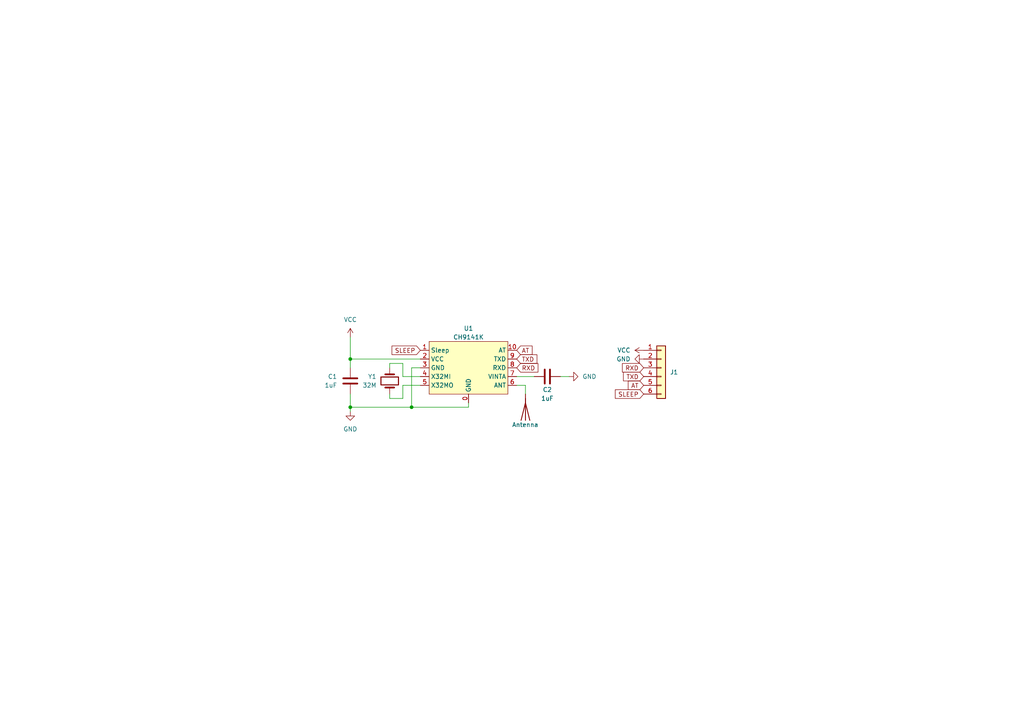
<source format=kicad_sch>
(kicad_sch (version 20230121) (generator eeschema)
  (paper "A4")
  (lib_symbols
    (symbol "Connector_Generic:Conn_01x06" (pin_names (offset 1.016) hide)
      (property "Reference" "J" (at 0 7.62 0))
      (property "Value" "Conn_01x06" (at 0 -10.16 0))
      (symbol "Conn_01x06_1_1"
        (rectangle (start -1.27 -7.493) (end 0 -7.747) (stroke (width 0.1524)))
        (rectangle (start -1.27 -4.953) (end 0 -5.207) (stroke (width 0.1524)))
        (rectangle (start -1.27 -2.413) (end 0 -2.667) (stroke (width 0.1524)))
        (rectangle (start -1.27 0.127) (end 0 -0.127) (stroke (width 0.1524)))
        (rectangle (start -1.27 2.667) (end 0 2.413) (stroke (width 0.1524)))
        (rectangle (start -1.27 5.207) (end 0 4.953) (stroke (width 0.1524)))
        (rectangle (start -1.27 6.35) (end 1.27 -8.89) (stroke (width 0.254)) (fill (type background)))
        (pin passive line (at -5.08 5.08 0) (length 3.81) (name "Pin_1") (number "1"))
        (pin passive line (at -5.08 2.54 0) (length 3.81) (name "Pin_2") (number "2"))
        (pin passive line (at -5.08 0 0) (length 3.81) (name "Pin_3") (number "3"))
        (pin passive line (at -5.08 -2.54 0) (length 3.81) (name "Pin_4") (number "4"))
        (pin passive line (at -5.08 -5.08 0) (length 3.81) (name "Pin_5") (number "5"))
        (pin passive line (at -5.08 -7.62 0) (length 3.81) (name "Pin_6") (number "6"))
      )
    )
    (symbol "Device:Antenna" (pin_numbers hide) (pin_names (offset 1.016) hide)
      (property "Reference" "AE" (at -1.905 1.905 0))
      (property "Value" "Antenna" (at -1.905 0 0))
      (symbol "Antenna_0_1"
        (polyline (pts (xy 0 2.54) (xy 0 -3.81)) (stroke (width 0.254)))
        (polyline (pts (xy 1.27 2.54) (xy 0 -2.54) (xy -1.27 2.54)) (stroke (width 0.254)))
      )
      (symbol "Antenna_1_1"
        (pin input line (at 0 -5.08 90) (length 2.54) (name "A") (number "1"))
      )
    )
    (symbol "Device:C" (pin_numbers hide) (pin_names (offset 0.254))
      (property "Reference" "C" (at 0.635 2.54 0))
      (property "Value" "C" (at 0.635 -2.54 0))
      (symbol "C_0_1"
        (polyline (pts (xy -2.032 -0.762) (xy 2.032 -0.762)) (stroke (width 0.508)))
        (polyline (pts (xy -2.032 0.762) (xy 2.032 0.762)) (stroke (width 0.508)))
      )
      (symbol "C_1_1"
        (pin passive line (at 0 3.81 270) (length 2.794) (name "~") (number "1"))
        (pin passive line (at 0 -3.81 90) (length 2.794) (name "~") (number "2"))
      )
    )
    (symbol "Device:Crystal" (pin_numbers hide) (pin_names (offset 1.016) hide)
      (property "Reference" "Y" (at 0 3.81 0))
      (property "Value" "Crystal" (at 0 -3.81 0))
      (symbol "Crystal_0_1"
        (rectangle (start -1.143 2.54) (end 1.143 -2.54) (stroke (width 0.3048)))
        (polyline (pts (xy -2.54 0) (xy -1.905 0)))
        (polyline (pts (xy -1.905 -1.27) (xy -1.905 1.27)) (stroke (width 0.508)))
        (polyline (pts (xy 1.905 -1.27) (xy 1.905 1.27)) (stroke (width 0.508)))
        (polyline (pts (xy 2.54 0) (xy 1.905 0)))
      )
      (symbol "Crystal_1_1"
        (pin passive line (at -3.81 0 0) (length 1.27) (name "1") (number "1"))
        (pin passive line (at 3.81 0 180) (length 1.27) (name "2") (number "2"))
      )
    )
    (symbol "Library:CH9141K"
      (property "Reference" "U" (at -5.08 12.7 0))
      (property "Value" "CH9141K" (at 1.27 12.7 0))
      (symbol "CH9141K_0_1"
        (rectangle (start -11.43 11.43) (end 11.43 -3.81) (fill (type background)))
      )
      (symbol "CH9141K_1_1"
        (pin passive line (at 0 -6.35 90) (length 2.54) (name "GND") (number "0"))
        (pin input line (at -13.97 8.89 0) (length 2.54) (name "Sleep") (number "1"))
        (pin input line (at 13.97 8.89 180) (length 2.54) (name "AT") (number "10"))
        (pin passive line (at -13.97 6.35 0) (length 2.54) (name "VCC") (number "2"))
        (pin passive line (at -13.97 3.81 0) (length 2.54) (name "GND") (number "3"))
        (pin input line (at -13.97 1.27 0) (length 2.54) (name "X32MI") (number "4"))
        (pin output line (at -13.97 -1.27 0) (length 2.54) (name "X32MO") (number "5"))
        (pin passive line (at 13.97 -1.27 180) (length 2.54) (name "ANT") (number "6"))
        (pin passive line (at 13.97 1.27 180) (length 2.54) (name "VINTA") (number "7"))
        (pin input line (at 13.97 3.81 180) (length 2.54) (name "RXD") (number "8"))
        (pin output line (at 13.97 6.35 180) (length 2.54) (name "TXD") (number "9"))
      )
    )
    (symbol "power:GND" (power) (pin_names (offset 0))
      (property "Value" "GND" (at 0 -3.81 0))
      (symbol "GND_0_1"
        (polyline (pts (xy 0 0) (xy 0 -1.27) (xy 1.27 -1.27) (xy 0 -2.54) (xy -1.27 -1.27) (xy 0 -1.27)))
      )
      (symbol "GND_1_1"
        (pin power_in line (at 0 0 270) (length 0) hide (name "GND") (number "1"))
      )
    )
    (symbol "power:VCC" (power) (pin_names (offset 0))
      (property "Value" "VCC" (at 0 3.81 0))
      (symbol "VCC_0_1"
        (polyline (pts (xy -0.762 1.27) (xy 0 2.54)))
        (polyline (pts (xy 0 0) (xy 0 2.54)))
        (polyline (pts (xy 0 2.54) (xy 0.762 1.27)))
      )
      (symbol "VCC_1_1"
        (pin power_in line (at 0 0 90) (length 0) hide (name "VCC") (number "1"))
      )
    )
  )
  (junction (at 101.6 118.11))
  (junction (at 119.38 118.11))
  (junction (at 101.6 104.14))
  (wire (pts (xy 149.86 109.22) (xy 154.94 109.22)))
  (wire (pts (xy 119.38 106.68) (xy 121.92 106.68)))
  (wire (pts (xy 101.6 118.11) (xy 119.38 118.11)))
  (wire (pts (xy 135.89 116.84) (xy 135.89 118.11)))
  (wire (pts (xy 101.6 118.11) (xy 101.6 119.38)))
  (wire (pts (xy 101.6 114.3) (xy 101.6 118.11)))
  (wire (pts (xy 116.84 109.22) (xy 116.84 105.41)))
  (wire (pts (xy 116.84 115.57) (xy 113.03 115.57)))
  (wire (pts (xy 113.03 115.57) (xy 113.03 114.3)))
  (wire (pts (xy 113.03 105.41) (xy 113.03 106.68)))
  (wire (pts (xy 116.84 111.76) (xy 116.84 115.57)))
  (wire (pts (xy 152.4 111.76) (xy 149.86 111.76)))
  (wire (pts (xy 162.56 109.22) (xy 165.1 109.22)))
  (wire (pts (xy 119.38 118.11) (xy 135.89 118.11)))
  (wire (pts (xy 152.4 114.3) (xy 152.4 111.76)))
  (wire (pts (xy 121.92 109.22) (xy 116.84 109.22)))
  (wire (pts (xy 116.84 105.41) (xy 113.03 105.41)))
  (wire (pts (xy 101.6 104.14) (xy 121.92 104.14)))
  (wire (pts (xy 101.6 97.79) (xy 101.6 104.14)))
  (wire (pts (xy 101.6 104.14) (xy 101.6 106.68)))
  (wire (pts (xy 121.92 111.76) (xy 116.84 111.76)))
  (wire (pts (xy 119.38 106.68) (xy 119.38 118.11)))
  (global_label "RXD" (shape input) (at 186.69 106.68 180) (property "Intersheetrefs" "${INTERSHEET_REFS}" (effects hide)))
  (global_label "AT" (shape input) (at 186.69 111.76 180) (property "Intersheetrefs" "${INTERSHEET_REFS}" (effects hide)))
  (global_label "SLEEP" (shape input) (at 121.92 101.6 180) (property "Intersheetrefs" "${INTERSHEET_REFS}" (effects hide)))
  (global_label "TXD" (shape input) (at 149.86 104.14 0) (property "Intersheetrefs" "${INTERSHEET_REFS}" (effects hide)))
  (global_label "RXD" (shape input) (at 149.86 106.68 0) (property "Intersheetrefs" "${INTERSHEET_REFS}" (effects hide)))
  (global_label "TXD" (shape input) (at 186.69 109.22 180) (property "Intersheetrefs" "${INTERSHEET_REFS}" (effects hide)))
  (global_label "SLEEP" (shape input) (at 186.69 114.3 180) (property "Intersheetrefs" "${INTERSHEET_REFS}" (effects hide)))
  (global_label "AT" (shape input) (at 149.86 101.6 0) (property "Intersheetrefs" "${INTERSHEET_REFS}" (effects hide)))
  (symbol (lib_id "power:GND") (at 186.69 104.14 270) (unit 1)
    (property "Reference" "#PWR05" (effects hide))
    (property "Value" "GND" (at 182.88 104.14 90) (effects (justify right)))
  )
  (symbol (lib_id "power:GND") (at 101.6 119.38 0) (unit 1)
    (property "Reference" "#PWR03" (effects hide))
    (property "Value" "GND" (at 101.6 124.46 0))
  )
  (symbol (lib_id "Library:CH9141K") (at 135.89 110.49 0) (unit 1)
    (property "Reference" "U1" (at 135.89 95.25 0))
    (property "Value" "CH9141K" (at 135.89 97.79 0))
    (property "Footprint" "Library:ESSOP-10" (effects hide))
  )
  (symbol (lib_id "Device:C") (at 101.6 110.49 0) (mirror y) (unit 1)
    (property "Reference" "C1" (at 97.79 109.22 0) (effects (justify left)))
    (property "Value" "1uF" (at 97.79 111.76 0) (effects (justify left)))
  )
  (symbol (lib_id "Device:Antenna") (at 152.4 119.38 180) (unit 1)
    (property "Reference" "AE1" (effects hide))
    (property "Value" "Antenna" (at 156.21 123.19 0) (effects (justify left)))
    (property "Footprint" "RF_Antenna:Texas_SWRA117D_2.4GHz_Left" (effects hide))
  )
  (symbol (lib_id "power:VCC") (at 186.69 101.6 90) (unit 1)
    (property "Reference" "#PWR01" (effects hide))
    (property "Value" "VCC" (at 182.88 101.6 90) (effects (justify left)))
  )
  (symbol (lib_id "power:VCC") (at 101.6 97.79 0) (unit 1)
    (property "Reference" "#PWR02" (effects hide))
    (property "Value" "VCC" (at 101.6 92.71 0))
  )
  (symbol (lib_id "Device:C") (at 158.75 109.22 90) (unit 1)
    (property "Reference" "C2" (at 158.75 113.03 90))
    (property "Value" "1uF" (at 158.75 115.57 90))
  )
  (symbol (lib_id "power:GND") (at 165.1 109.22 90) (unit 1)
    (property "Reference" "#PWR04" (effects hide))
    (property "Value" "GND" (at 168.91 109.22 90) (effects (justify right)))
  )
  (symbol (lib_id "Device:Crystal") (at 113.03 110.49 270) (mirror x) (unit 1)
    (property "Reference" "Y1" (at 109.22 109.22 90) (effects (justify right)))
    (property "Value" "32M" (at 109.22 111.76 90) (effects (justify right)))
  )
  (symbol (lib_id "Connector_Generic:Conn_01x06") (at 191.77 106.68 0) (unit 1)
    (property "Reference" "J1" (at 194.31 107.95 0) (effects (justify left)))
    (property "Value" "Conn_01x06" (effects hide))
  )
)
</source>
